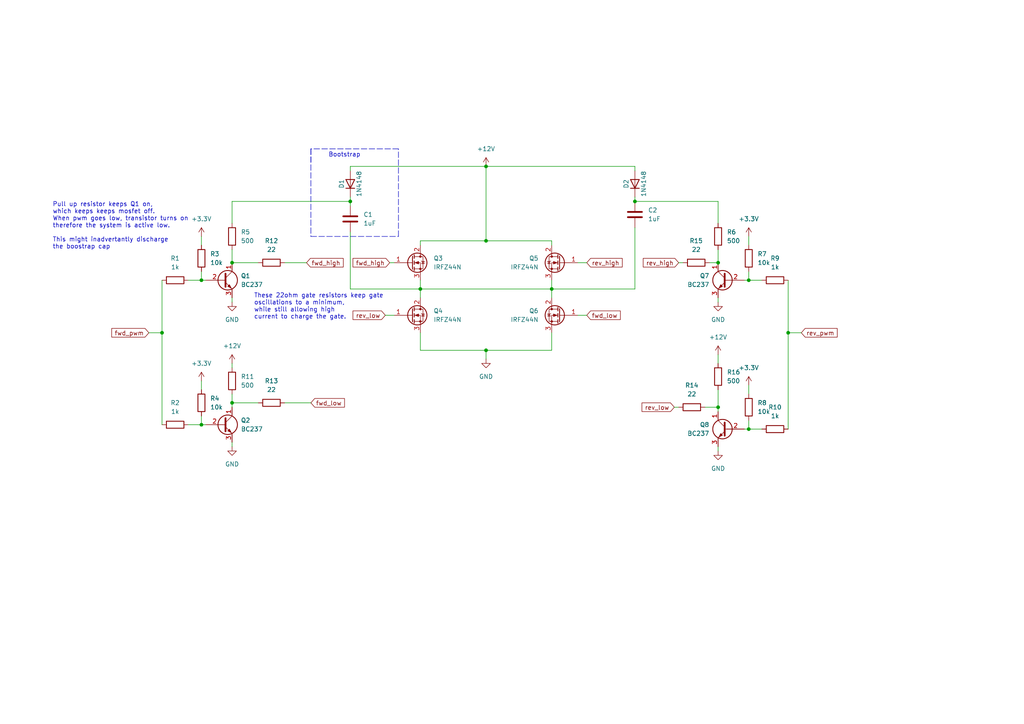
<source format=kicad_sch>
(kicad_sch (version 20211123) (generator eeschema)
  (paper "A4")
  (lib_symbols
    (symbol "Device:C" (pin_numbers hide) (pin_names (offset 0.254))
      (property "Reference" "C" (at 0.635 2.54 0))
      (property "Value" "C" (at 0.635 -2.54 0))
      (symbol "C_0_1"
        (polyline (pts (xy -2.032 -0.762) (xy 2.032 -0.762)) (stroke (width 0.508)))
        (polyline (pts (xy -2.032 0.762) (xy 2.032 0.762)) (stroke (width 0.508)))
      )
      (symbol "C_1_1"
        (pin passive line (at 0 3.81 270) (length 2.794) (name "~") (number "1"))
        (pin passive line (at 0 -3.81 90) (length 2.794) (name "~") (number "2"))
      )
    )
    (symbol "Device:Q_NMOS_GDS" (pin_names (offset 0) hide)
      (property "Reference" "Q" (at 5.08 1.27 0))
      (property "Value" "Q_NMOS_GDS" (at 5.08 -1.27 0))
      (symbol "Q_NMOS_GDS_0_1"
        (polyline (pts (xy 0.254 0) (xy -2.54 0)))
        (polyline (pts (xy 0.254 1.905) (xy 0.254 -1.905)) (stroke (width 0.254)))
        (polyline (pts (xy 0.762 -1.27) (xy 0.762 -2.286)) (stroke (width 0.254)))
        (polyline (pts (xy 0.762 0.508) (xy 0.762 -0.508)) (stroke (width 0.254)))
        (polyline (pts (xy 0.762 2.286) (xy 0.762 1.27)) (stroke (width 0.254)))
        (polyline (pts (xy 2.54 2.54) (xy 2.54 1.778)))
        (polyline (pts (xy 2.54 -2.54) (xy 2.54 0) (xy 0.762 0)))
        (polyline (pts (xy 0.762 -1.778) (xy 3.302 -1.778) (xy 3.302 1.778) (xy 0.762 1.778)))
        (polyline (pts (xy 1.016 0) (xy 2.032 0.381) (xy 2.032 -0.381) (xy 1.016 0)) (fill (type outline)))
        (polyline (pts (xy 2.794 0.508) (xy 2.921 0.381) (xy 3.683 0.381) (xy 3.81 0.254)))
        (polyline (pts (xy 3.302 0.381) (xy 2.921 -0.254) (xy 3.683 -0.254) (xy 3.302 0.381)))
        (circle (center 1.651 0) (radius 2.794) (stroke (width 0.254)))
        (circle (center 2.54 -1.778) (radius 0.254) (fill (type outline)))
        (circle (center 2.54 1.778) (radius 0.254) (fill (type outline)))
      )
      (symbol "Q_NMOS_GDS_1_1"
        (pin input line (at -5.08 0 0) (length 2.54) (name "G") (number "1"))
        (pin passive line (at 2.54 5.08 270) (length 2.54) (name "D") (number "2"))
        (pin passive line (at 2.54 -5.08 90) (length 2.54) (name "S") (number "3"))
      )
    )
    (symbol "Device:R" (pin_numbers hide) (pin_names (offset 0))
      (property "Reference" "R" (at 2.032 0 90))
      (property "Value" "R" (at 0 0 90))
      (symbol "R_0_1"
        (rectangle (start -1.016 -2.54) (end 1.016 2.54) (stroke (width 0.254)))
      )
      (symbol "R_1_1"
        (pin passive line (at 0 3.81 270) (length 1.27) (name "~") (number "1"))
        (pin passive line (at 0 -3.81 90) (length 1.27) (name "~") (number "2"))
      )
    )
    (symbol "Diode:1N4148" (pin_numbers hide) (pin_names (offset 1.016) hide)
      (property "Reference" "D" (at 0 2.54 0))
      (property "Value" "1N4148" (at 0 -2.54 0))
      (symbol "1N4148_0_1"
        (polyline (pts (xy -1.27 1.27) (xy -1.27 -1.27)) (stroke (width 0.254)))
        (polyline (pts (xy 1.27 0) (xy -1.27 0)))
        (polyline (pts (xy 1.27 1.27) (xy 1.27 -1.27) (xy -1.27 0) (xy 1.27 1.27)) (stroke (width 0.254)))
      )
      (symbol "1N4148_1_1"
        (pin passive line (at -3.81 0 0) (length 2.54) (name "K") (number "1"))
        (pin passive line (at 3.81 0 180) (length 2.54) (name "A") (number "2"))
      )
    )
    (symbol "Transistor_BJT:BC237" (pin_names (offset 0) hide)
      (property "Reference" "Q" (at 5.08 1.905 0))
      (property "Value" "BC237" (at 5.08 0 0))
      (symbol "BC237_0_1"
        (polyline (pts (xy 0 0) (xy 0.635 0)))
        (polyline (pts (xy 0.635 0.635) (xy 2.54 2.54)))
        (polyline (pts (xy 0.635 -0.635) (xy 2.54 -2.54) (xy 2.54 -2.54)))
        (polyline (pts (xy 0.635 1.905) (xy 0.635 -1.905) (xy 0.635 -1.905)) (stroke (width 0.508)))
        (polyline (pts (xy 1.27 -1.778) (xy 1.778 -1.27) (xy 2.286 -2.286) (xy 1.27 -1.778) (xy 1.27 -1.778)) (fill (type outline)))
        (circle (center 1.27 0) (radius 2.8194) (stroke (width 0.254)))
      )
      (symbol "BC237_1_1"
        (pin passive line (at 2.54 5.08 270) (length 2.54) (name "C") (number "1"))
        (pin input line (at -5.08 0 0) (length 5.08) (name "B") (number "2"))
        (pin passive line (at 2.54 -5.08 90) (length 2.54) (name "E") (number "3"))
      )
    )
    (symbol "power:+12V" (power) (pin_names (offset 0))
      (property "Value" "+12V" (at 0 3.556 0))
      (symbol "+12V_0_1"
        (polyline (pts (xy -0.762 1.27) (xy 0 2.54)))
        (polyline (pts (xy 0 0) (xy 0 2.54)))
        (polyline (pts (xy 0 2.54) (xy 0.762 1.27)))
      )
      (symbol "+12V_1_1"
        (pin power_in line (at 0 0 90) (length 0) hide (name "+12V") (number "1"))
      )
    )
    (symbol "power:+3.3V" (power) (pin_names (offset 0))
      (property "Value" "+3.3V" (at 0 3.556 0))
      (symbol "+3.3V_0_1"
        (polyline (pts (xy -0.762 1.27) (xy 0 2.54)))
        (polyline (pts (xy 0 0) (xy 0 2.54)))
        (polyline (pts (xy 0 2.54) (xy 0.762 1.27)))
      )
      (symbol "+3.3V_1_1"
        (pin power_in line (at 0 0 90) (length 0) hide (name "+3.3V") (number "1"))
      )
    )
    (symbol "power:GND" (power) (pin_names (offset 0))
      (property "Value" "GND" (at 0 -3.81 0))
      (symbol "GND_0_1"
        (polyline (pts (xy 0 0) (xy 0 -1.27) (xy 1.27 -1.27) (xy 0 -2.54) (xy -1.27 -1.27) (xy 0 -1.27)))
      )
      (symbol "GND_1_1"
        (pin power_in line (at 0 0 270) (length 0) hide (name "GND") (number "1"))
      )
    )
  )
  (junction (at 46.99 96.52))
  (junction (at 58.42 81.28))
  (junction (at 67.31 116.84))
  (junction (at 160.02 83.82))
  (junction (at 140.97 101.6))
  (junction (at 217.17 124.46))
  (junction (at 208.28 118.11))
  (junction (at 208.28 76.2))
  (junction (at 228.6 96.52))
  (junction (at 58.42 123.19))
  (junction (at 101.6 58.42))
  (junction (at 67.31 76.2))
  (junction (at 140.97 48.26))
  (junction (at 217.17 81.28))
  (junction (at 184.15 58.42))
  (junction (at 140.97 69.85))
  (junction (at 121.92 83.82))
  (wire (pts (xy 215.9 124.46) (xy 217.17 124.46)))
  (wire (pts (xy 160.02 69.85) (xy 160.02 71.12)))
  (wire (pts (xy 184.15 66.04) (xy 184.15 83.82)))
  (wire (pts (xy 101.6 57.15) (xy 101.6 58.42)))
  (wire (pts (xy 46.99 96.52) (xy 43.18 96.52)))
  (wire (pts (xy 90.17 116.84) (xy 82.55 116.84)))
  (wire (pts (xy 121.92 96.52) (xy 121.92 101.6)))
  (wire (pts (xy 58.42 120.65) (xy 58.42 123.19)))
  (wire (pts (xy 140.97 48.26) (xy 140.97 69.85)))
  (wire (pts (xy 228.6 96.52) (xy 232.41 96.52)))
  (wire (pts (xy 208.28 58.42) (xy 208.28 64.77)))
  (wire (pts (xy 74.93 116.84) (xy 67.31 116.84)))
  (wire (pts (xy 228.6 96.52) (xy 228.6 124.46)))
  (wire (pts (xy 167.64 91.44) (xy 170.18 91.44)))
  (wire (pts (xy 170.18 76.2) (xy 167.64 76.2)))
  (wire (pts (xy 217.17 81.28) (xy 220.98 81.28)))
  (wire (pts (xy 121.92 71.12) (xy 121.92 69.85)))
  (wire (pts (xy 121.92 81.28) (xy 121.92 83.82)))
  (wire (pts (xy 160.02 81.28) (xy 160.02 83.82)))
  (wire (pts (xy 160.02 96.52) (xy 160.02 101.6)))
  (wire (pts (xy 160.02 83.82) (xy 184.15 83.82)))
  (wire (pts (xy 74.93 76.2) (xy 67.31 76.2)))
  (wire (pts (xy 101.6 67.31) (xy 101.6 83.82)))
  (wire (pts (xy 140.97 69.85) (xy 160.02 69.85)))
  (wire (pts (xy 111.76 91.44) (xy 114.3 91.44)))
  (polyline (pts (xy 90.17 68.58) (xy 115.57 68.58)))
  (wire (pts (xy 88.9 76.2) (xy 82.55 76.2)))
  (wire (pts (xy 208.28 86.36) (xy 208.28 87.63)))
  (wire (pts (xy 121.92 83.82) (xy 121.92 86.36)))
  (wire (pts (xy 140.97 48.26) (xy 101.6 48.26)))
  (polyline (pts (xy 115.57 43.18) (xy 90.17 43.18)))
  (wire (pts (xy 195.58 118.11) (xy 196.85 118.11)))
  (wire (pts (xy 204.47 118.11) (xy 208.28 118.11)))
  (wire (pts (xy 101.6 83.82) (xy 121.92 83.82)))
  (polyline (pts (xy 90.17 43.18) (xy 90.17 46.99)))
  (wire (pts (xy 46.99 96.52) (xy 46.99 81.28)))
  (wire (pts (xy 215.9 81.28) (xy 217.17 81.28)))
  (wire (pts (xy 228.6 96.52) (xy 228.6 81.28)))
  (wire (pts (xy 67.31 58.42) (xy 67.31 64.77)))
  (wire (pts (xy 184.15 57.15) (xy 184.15 58.42)))
  (wire (pts (xy 67.31 76.2) (xy 67.31 72.39)))
  (polyline (pts (xy 115.57 68.58) (xy 115.57 43.18)))
  (wire (pts (xy 113.03 76.2) (xy 114.3 76.2)))
  (wire (pts (xy 67.31 128.27) (xy 67.31 129.54)))
  (wire (pts (xy 67.31 114.3) (xy 67.31 116.84)))
  (wire (pts (xy 58.42 123.19) (xy 54.61 123.19)))
  (wire (pts (xy 58.42 78.74) (xy 58.42 81.28)))
  (wire (pts (xy 101.6 58.42) (xy 101.6 59.69)))
  (wire (pts (xy 67.31 58.42) (xy 101.6 58.42)))
  (wire (pts (xy 140.97 101.6) (xy 140.97 104.14)))
  (wire (pts (xy 67.31 116.84) (xy 67.31 118.11)))
  (wire (pts (xy 121.92 83.82) (xy 160.02 83.82)))
  (wire (pts (xy 208.28 129.54) (xy 208.28 130.81)))
  (wire (pts (xy 196.85 76.2) (xy 198.12 76.2)))
  (wire (pts (xy 217.17 124.46) (xy 220.98 124.46)))
  (wire (pts (xy 205.74 76.2) (xy 208.28 76.2)))
  (wire (pts (xy 184.15 58.42) (xy 208.28 58.42)))
  (wire (pts (xy 160.02 101.6) (xy 140.97 101.6)))
  (wire (pts (xy 59.69 81.28) (xy 58.42 81.28)))
  (wire (pts (xy 208.28 76.2) (xy 208.28 72.39)))
  (wire (pts (xy 217.17 68.58) (xy 217.17 71.12)))
  (wire (pts (xy 160.02 83.82) (xy 160.02 86.36)))
  (wire (pts (xy 140.97 101.6) (xy 121.92 101.6)))
  (wire (pts (xy 58.42 81.28) (xy 54.61 81.28)))
  (wire (pts (xy 67.31 86.36) (xy 67.31 87.63)))
  (wire (pts (xy 140.97 48.26) (xy 184.15 48.26)))
  (wire (pts (xy 217.17 121.92) (xy 217.17 124.46)))
  (wire (pts (xy 208.28 102.87) (xy 208.28 105.41)))
  (polyline (pts (xy 90.17 43.18) (xy 90.17 68.58)))
  (wire (pts (xy 46.99 123.19) (xy 46.99 96.52)))
  (wire (pts (xy 58.42 68.58) (xy 58.42 71.12)))
  (wire (pts (xy 121.92 69.85) (xy 140.97 69.85)))
  (wire (pts (xy 67.31 105.41) (xy 67.31 106.68)))
  (wire (pts (xy 217.17 78.74) (xy 217.17 81.28)))
  (wire (pts (xy 184.15 48.26) (xy 184.15 49.53)))
  (wire (pts (xy 217.17 111.76) (xy 217.17 114.3)))
  (wire (pts (xy 58.42 110.49) (xy 58.42 113.03)))
  (wire (pts (xy 101.6 48.26) (xy 101.6 49.53)))
  (wire (pts (xy 59.69 123.19) (xy 58.42 123.19)))
  (wire (pts (xy 208.28 118.11) (xy 208.28 119.38)))
  (wire (pts (xy 208.28 113.03) (xy 208.28 118.11)))
  (text "Bootstrap" (at 95.25 45.72 0) (effects (font (size 1.27 1.27)) (justify left bottom)))
  (text "These 22ohm gate resistors keep gate\noscillations to a minimum,\nwhile still allowing high\ncurrent to charge the gate." (at 73.66 92.71 0) (effects (font (size 1.27 1.27)) (justify left bottom)))
  (text "Pull up resistor keeps Q1 on,\nwhich keeps keeps mosfet off.\nWhen pwm goes low, transistor turns on\ntherefore the system is active low.\n\nThis might inadvertantly discharge\nthe boostrap cap" (at 15.24 72.39 0) (effects (font (size 1.27 1.27)) (justify left bottom)))
  (global_label "rev_low" (shape input) (at 111.76 91.44 180) (property "Intersheet References" "${INTERSHEET_REFS}" (effects hide)))
  (global_label "fwd_low" (shape input) (at 90.17 116.84 0) (property "Intersheet References" "${INTERSHEET_REFS}" (effects hide)))
  (global_label "fwd_low" (shape input) (at 170.18 91.44 0) (property "Intersheet References" "${INTERSHEET_REFS}" (effects hide)))
  (global_label "rev_pwm" (shape input) (at 232.41 96.52 0) (property "Intersheet References" "${INTERSHEET_REFS}" (effects hide)))
  (global_label "rev_high" (shape input) (at 196.85 76.2 180) (property "Intersheet References" "${INTERSHEET_REFS}" (effects hide)))
  (global_label "fwd_high" (shape input) (at 113.03 76.2 180) (property "Intersheet References" "${INTERSHEET_REFS}" (effects hide)))
  (global_label "fwd_pwm" (shape input) (at 43.18 96.52 180) (property "Intersheet References" "${INTERSHEET_REFS}" (effects hide)))
  (global_label "rev_low" (shape input) (at 195.58 118.11 180) (property "Intersheet References" "${INTERSHEET_REFS}" (effects hide)))
  (global_label "fwd_high" (shape input) (at 88.9 76.2 0) (property "Intersheet References" "${INTERSHEET_REFS}" (effects hide)))
  (global_label "rev_high" (shape input) (at 170.18 76.2 0) (property "Intersheet References" "${INTERSHEET_REFS}" (effects hide)))
  (symbol (lib_id "Transistor_BJT:BC237") (at 64.77 81.28 0) (unit 1)
    (property "Reference" "Q1" (at 69.85 80.0099 0) (effects (justify left)))
    (property "Value" "BC237" (at 69.85 82.5499 0) (effects (justify left)))
    (property "Footprint" "Package_TO_SOT_THT:TO-92_Inline_Wide" (effects hide))
    (property "Datasheet" "http://www.onsemi.com/pub_link/Collateral/BC237-D.PDF" (effects hide))
  )
  (symbol (lib_id "Transistor_BJT:BC237") (at 64.77 123.19 0) (unit 1)
    (property "Reference" "Q2" (at 69.85 121.9199 0) (effects (justify left)))
    (property "Value" "BC237" (at 69.85 124.4599 0) (effects (justify left)))
    (property "Footprint" "Package_TO_SOT_THT:TO-92_Inline_Wide" (effects hide))
    (property "Datasheet" "http://www.onsemi.com/pub_link/Collateral/BC237-D.PDF" (effects hide))
  )
  (symbol (lib_id "Device:Q_NMOS_GDS") (at 119.38 91.44 0) (unit 1)
    (property "Reference" "Q4" (at 125.73 90.1699 0) (effects (justify left)))
    (property "Value" "IRFZ44N" (at 125.73 92.7099 0) (effects (justify left)))
    (property "Footprint" "Package_TO_SOT_THT:TO-220-3_Vertical" (effects hide))
  )
  (symbol (lib_id "Device:R") (at 67.31 110.49 0) (mirror y) (unit 1)
    (property "Reference" "R11" (at 69.85 109.2199 0) (effects (justify right)))
    (property "Value" "500" (at 69.85 111.7599 0) (effects (justify right)))
    (property "Footprint" "Resistor_THT:R_Axial_DIN0207_L6.3mm_D2.5mm_P10.16mm_Horizontal" (effects hide))
  )
  (symbol (lib_id "Device:R") (at 208.28 109.22 0) (mirror y) (unit 1)
    (property "Reference" "R16" (at 210.82 107.9499 0) (effects (justify right)))
    (property "Value" "500" (at 210.82 110.4899 0) (effects (justify right)))
    (property "Footprint" "Resistor_THT:R_Axial_DIN0207_L6.3mm_D2.5mm_P10.16mm_Horizontal" (effects hide))
  )
  (symbol (lib_id "Diode:1N4148") (at 184.15 53.34 90) (unit 1)
    (property "Reference" "D2" (at 181.61 53.34 0))
    (property "Value" "1N4148" (at 186.69 53.34 0))
    (property "Footprint" "Diode_THT:D_DO-35_SOD27_P7.62mm_Horizontal" (effects hide))
    (property "Datasheet" "https://assets.nexperia.com/documents/data-sheet/1N4148_1N4448.pdf" (effects hide))
  )
  (symbol (lib_id "Device:R") (at 50.8 123.19 270) (mirror x) (unit 1)
    (property "Reference" "R2" (at 50.8 116.84 90))
    (property "Value" "1k" (at 50.8 119.38 90))
    (property "Footprint" "Resistor_THT:R_Axial_DIN0207_L6.3mm_D2.5mm_P10.16mm_Horizontal" (effects hide))
  )
  (symbol (lib_id "Device:R") (at 78.74 76.2 270) (mirror x) (unit 1)
    (property "Reference" "R12" (at 78.74 69.85 90))
    (property "Value" "22" (at 78.74 72.39 90))
    (property "Footprint" "Resistor_THT:R_Axial_DIN0207_L6.3mm_D2.5mm_P10.16mm_Horizontal" (effects hide))
  )
  (symbol (lib_id "Device:Q_NMOS_GDS") (at 119.38 76.2 0) (unit 1)
    (property "Reference" "Q3" (at 125.73 74.9299 0) (effects (justify left)))
    (property "Value" "IRFZ44N" (at 125.73 77.4699 0) (effects (justify left)))
    (property "Footprint" "Package_TO_SOT_THT:TO-220-3_Vertical" (effects hide))
  )
  (symbol (lib_id "Device:Q_NMOS_GDS") (at 162.56 91.44 0) (mirror y) (unit 1)
    (property "Reference" "Q6" (at 156.21 90.1699 0) (effects (justify left)))
    (property "Value" "IRFZ44N" (at 156.21 92.7099 0) (effects (justify left)))
    (property "Footprint" "Package_TO_SOT_THT:TO-220-3_Vertical" (effects hide))
  )
  (symbol (lib_id "Device:R") (at 217.17 118.11 0) (unit 1)
    (property "Reference" "R8" (at 219.71 116.8399 0) (effects (justify left)))
    (property "Value" "10k" (at 219.71 119.3799 0) (effects (justify left)))
    (property "Footprint" "Resistor_THT:R_Axial_DIN0207_L6.3mm_D2.5mm_P10.16mm_Horizontal" (effects hide))
  )
  (symbol (lib_id "Device:C") (at 101.6 63.5 0) (unit 1)
    (property "Reference" "C1" (at 105.41 62.2299 0) (effects (justify left)))
    (property "Value" "1uF" (at 105.41 64.7699 0) (effects (justify left)))
    (property "Footprint" "Capacitor_THT:C_Rect_L7.2mm_W3.0mm_P5.00mm_FKS2_FKP2_MKS2_MKP2" (effects hide))
  )
  (symbol (lib_id "Device:R") (at 217.17 74.93 0) (unit 1)
    (property "Reference" "R7" (at 219.71 73.6599 0) (effects (justify left)))
    (property "Value" "10k" (at 219.71 76.1999 0) (effects (justify left)))
    (property "Footprint" "Resistor_THT:R_Axial_DIN0207_L6.3mm_D2.5mm_P10.16mm_Horizontal" (effects hide))
  )
  (symbol (lib_id "Device:R") (at 58.42 74.93 0) (mirror y) (unit 1)
    (property "Reference" "R3" (at 60.96 73.6599 0) (effects (justify right)))
    (property "Value" "10k" (at 60.96 76.1999 0) (effects (justify right)))
    (property "Footprint" "Resistor_THT:R_Axial_DIN0207_L6.3mm_D2.5mm_P10.16mm_Horizontal" (effects hide))
  )
  (symbol (lib_id "power:+3.3V") (at 58.42 68.58 0) (mirror y) (unit 1)
    (property "Reference" "#PWR01" (effects hide))
    (property "Value" "+3.3V" (at 58.42 63.5 0))
  )
  (symbol (lib_id "power:GND") (at 67.31 87.63 0) (mirror y) (unit 1)
    (property "Reference" "#PWR03" (effects hide))
    (property "Value" "GND" (at 67.31 92.71 0))
  )
  (symbol (lib_id "power:GND") (at 140.97 104.14 0) (unit 1)
    (property "Reference" "#PWR07" (effects hide))
    (property "Value" "GND" (at 140.97 109.22 0))
  )
  (symbol (lib_id "power:+3.3V") (at 217.17 111.76 0) (unit 1)
    (property "Reference" "#PWR012" (effects hide))
    (property "Value" "+3.3V" (at 217.17 106.68 0))
  )
  (symbol (lib_id "Device:R") (at 224.79 81.28 90) (unit 1)
    (property "Reference" "R9" (at 224.79 74.93 90))
    (property "Value" "1k" (at 224.79 77.47 90))
    (property "Footprint" "Resistor_THT:R_Axial_DIN0207_L6.3mm_D2.5mm_P10.16mm_Horizontal" (effects hide))
  )
  (symbol (lib_id "Device:Q_NMOS_GDS") (at 162.56 76.2 0) (mirror y) (unit 1)
    (property "Reference" "Q5" (at 156.21 74.9299 0) (effects (justify left)))
    (property "Value" "IRFZ44N" (at 156.21 77.4699 0) (effects (justify left)))
    (property "Footprint" "Package_TO_SOT_THT:TO-220-3_Vertical" (effects hide))
  )
  (symbol (lib_id "power:GND") (at 208.28 87.63 0) (unit 1)
    (property "Reference" "#PWR08" (effects hide))
    (property "Value" "GND" (at 208.28 92.71 0))
  )
  (symbol (lib_id "power:+12V") (at 140.97 48.26 0) (unit 1)
    (property "Reference" "#PWR06" (effects hide))
    (property "Value" "+12V" (at 140.97 43.18 0))
  )
  (symbol (lib_id "power:GND") (at 67.31 129.54 0) (mirror y) (unit 1)
    (property "Reference" "#PWR05" (effects hide))
    (property "Value" "GND" (at 67.31 134.62 0))
  )
  (symbol (lib_id "power:+12V") (at 67.31 105.41 0) (mirror y) (unit 1)
    (property "Reference" "#PWR04" (effects hide))
    (property "Value" "+12V" (at 67.31 100.33 0))
  )
  (symbol (lib_id "power:+3.3V") (at 217.17 68.58 0) (unit 1)
    (property "Reference" "#PWR011" (effects hide))
    (property "Value" "+3.3V" (at 217.17 63.5 0))
  )
  (symbol (lib_id "Device:C") (at 184.15 62.23 0) (unit 1)
    (property "Reference" "C2" (at 187.96 60.9599 0) (effects (justify left)))
    (property "Value" "1uF" (at 187.96 63.4999 0) (effects (justify left)))
    (property "Footprint" "Capacitor_THT:C_Rect_L7.2mm_W3.0mm_P5.00mm_FKS2_FKP2_MKS2_MKP2" (effects hide))
  )
  (symbol (lib_id "Device:R") (at 58.42 116.84 0) (mirror y) (unit 1)
    (property "Reference" "R4" (at 60.96 115.5699 0) (effects (justify right)))
    (property "Value" "10k" (at 60.96 118.1099 0) (effects (justify right)))
    (property "Footprint" "Resistor_THT:R_Axial_DIN0207_L6.3mm_D2.5mm_P10.16mm_Horizontal" (effects hide))
  )
  (symbol (lib_id "Device:R") (at 208.28 68.58 0) (unit 1)
    (property "Reference" "R6" (at 210.82 67.3099 0) (effects (justify left)))
    (property "Value" "500" (at 210.82 69.8499 0) (effects (justify left)))
    (property "Footprint" "Resistor_THT:R_Axial_DIN0207_L6.3mm_D2.5mm_P10.16mm_Horizontal" (effects hide))
  )
  (symbol (lib_id "power:+12V") (at 208.28 102.87 0) (unit 1)
    (property "Reference" "#PWR09" (effects hide))
    (property "Value" "+12V" (at 208.28 97.79 0))
  )
  (symbol (lib_id "Device:R") (at 50.8 81.28 270) (mirror x) (unit 1)
    (property "Reference" "R1" (at 50.8 74.93 90))
    (property "Value" "1k" (at 50.8 77.47 90))
    (property "Footprint" "Resistor_THT:R_Axial_DIN0207_L6.3mm_D2.5mm_P10.16mm_Horizontal" (effects hide))
  )
  (symbol (lib_id "Transistor_BJT:BC237") (at 210.82 124.46 0) (mirror y) (unit 1)
    (property "Reference" "Q8" (at 205.74 123.1899 0) (effects (justify left)))
    (property "Value" "BC237" (at 205.74 125.7299 0) (effects (justify left)))
    (property "Footprint" "Package_TO_SOT_THT:TO-92_Inline_Wide" (effects hide))
    (property "Datasheet" "http://www.onsemi.com/pub_link/Collateral/BC237-D.PDF" (effects hide))
  )
  (symbol (lib_id "power:+3.3V") (at 58.42 110.49 0) (mirror y) (unit 1)
    (property "Reference" "#PWR02" (effects hide))
    (property "Value" "+3.3V" (at 58.42 105.41 0))
  )
  (symbol (lib_id "Diode:1N4148") (at 101.6 53.34 90) (unit 1)
    (property "Reference" "D1" (at 99.06 53.34 0))
    (property "Value" "1N4148" (at 104.14 53.34 0))
    (property "Footprint" "Diode_THT:D_DO-35_SOD27_P7.62mm_Horizontal" (effects hide))
    (property "Datasheet" "https://assets.nexperia.com/documents/data-sheet/1N4148_1N4448.pdf" (effects hide))
  )
  (symbol (lib_id "Device:R") (at 224.79 124.46 90) (unit 1)
    (property "Reference" "R10" (at 224.79 118.11 90))
    (property "Value" "1k" (at 224.79 120.65 90))
    (property "Footprint" "Resistor_THT:R_Axial_DIN0207_L6.3mm_D2.5mm_P10.16mm_Horizontal" (effects hide))
  )
  (symbol (lib_id "Device:R") (at 67.31 68.58 0) (mirror y) (unit 1)
    (property "Reference" "R5" (at 69.85 67.3099 0) (effects (justify right)))
    (property "Value" "500" (at 69.85 69.8499 0) (effects (justify right)))
    (property "Footprint" "Resistor_THT:R_Axial_DIN0207_L6.3mm_D2.5mm_P10.16mm_Horizontal" (effects hide))
  )
  (symbol (lib_id "Device:R") (at 78.74 116.84 270) (mirror x) (unit 1)
    (property "Reference" "R13" (at 78.74 110.49 90))
    (property "Value" "22" (at 78.74 113.03 90))
    (property "Footprint" "Resistor_THT:R_Axial_DIN0207_L6.3mm_D2.5mm_P10.16mm_Horizontal" (effects hide))
  )
  (symbol (lib_id "Transistor_BJT:BC237") (at 210.82 81.28 0) (mirror y) (unit 1)
    (property "Reference" "Q7" (at 205.74 80.0099 0) (effects (justify left)))
    (property "Value" "BC237" (at 205.74 82.5499 0) (effects (justify left)))
    (property "Footprint" "Package_TO_SOT_THT:TO-92_Inline_Wide" (effects hide))
    (property "Datasheet" "http://www.onsemi.com/pub_link/Collateral/BC237-D.PDF" (effects hide))
  )
  (symbol (lib_id "power:GND") (at 208.28 130.81 0) (unit 1)
    (property "Reference" "#PWR010" (effects hide))
    (property "Value" "GND" (at 208.28 135.89 0))
  )
  (symbol (lib_id "Device:R") (at 201.93 76.2 270) (mirror x) (unit 1)
    (property "Reference" "R15" (at 201.93 69.85 90))
    (property "Value" "22" (at 201.93 72.39 90))
    (property "Footprint" "Resistor_THT:R_Axial_DIN0207_L6.3mm_D2.5mm_P10.16mm_Horizontal" (effects hide))
  )
  (symbol (lib_id "Device:R") (at 200.66 118.11 270) (mirror x) (unit 1)
    (property "Reference" "R14" (at 200.66 111.76 90))
    (property "Value" "22" (at 200.66 114.3 90))
    (property "Footprint" "Resistor_THT:R_Axial_DIN0207_L6.3mm_D2.5mm_P10.16mm_Horizontal" (effects hide))
  )
)
</source>
